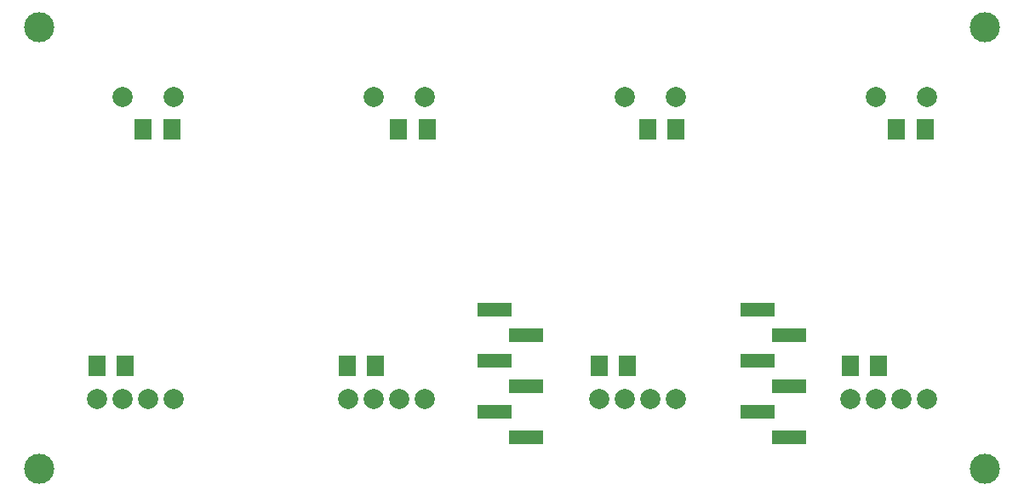
<source format=gbr>
G04 DipTrace 3.3.1.3*
G04 BottomMask.gbr*
%MOIN*%
G04 #@! TF.FileFunction,Soldermask,Bot*
G04 #@! TF.Part,Single*
%ADD38C,0.11811*%
%ADD43C,0.07874*%
%ADD45R,0.070866X0.07874*%
%ADD47R,0.133071X0.057874*%
%FSLAX26Y26*%
G04*
G70*
G90*
G75*
G01*
G04 BotMask*
%LPD*%
D47*
X3448425Y635827D3*
X3323228Y735827D3*
X3448425Y835827D3*
X3323228Y935827D3*
X3448425Y1035827D3*
X3323228Y1135827D3*
X2418903Y635827D3*
X2293706Y735827D3*
X2418903Y835827D3*
X2293706Y935827D3*
X2418903Y1035827D3*
X2293706Y1135827D3*
D45*
X918701Y1843701D3*
X1028937D3*
D43*
X935827Y787402D3*
X735827D3*
X835827D3*
X1035827D3*
X835827Y1968503D3*
X1035827Y1968504D3*
D45*
X847688Y915576D3*
X737451D3*
X1918701Y1843701D3*
X2028937D3*
D43*
X1920079Y787402D3*
X1720079D3*
X1820079D3*
X2020079D3*
X1820079Y1968503D3*
X2020079Y1968504D3*
D45*
X1827895Y915576D3*
X1717659D3*
X2893701Y1843701D3*
X3003937D3*
D43*
X2904331Y787402D3*
X2704331D3*
X2804331D3*
X3004331D3*
X2804331Y1968503D3*
X3004331Y1968504D3*
D45*
X2814354Y915576D3*
X2704118D3*
X3868701Y1843701D3*
X3978937D3*
D43*
X3888583Y787402D3*
X3688583D3*
X3788583D3*
X3988583D3*
X3788583Y1968503D3*
X3988583Y1968504D3*
D45*
X3797688Y915576D3*
X3687451D3*
D38*
X511811Y511811D3*
Y2244094D3*
X4212598Y511811D3*
Y2244094D3*
M02*

</source>
